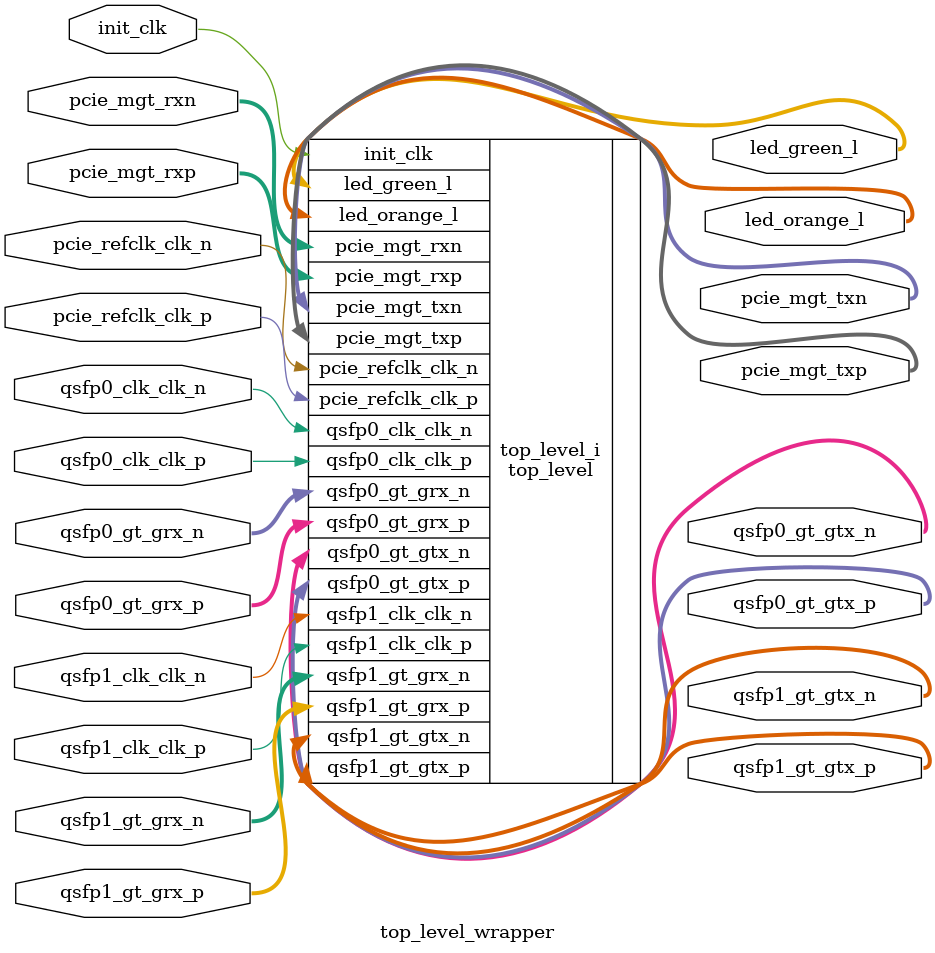
<source format=v>
`timescale 1 ps / 1 ps

module top_level_wrapper
   (init_clk,
    led_green_l,
    led_orange_l,
    pcie_mgt_rxn,
    pcie_mgt_rxp,
    pcie_mgt_txn,
    pcie_mgt_txp,
    pcie_refclk_clk_n,
    pcie_refclk_clk_p,
    qsfp0_clk_clk_n,
    qsfp0_clk_clk_p,
    qsfp0_gt_grx_n,
    qsfp0_gt_grx_p,
    qsfp0_gt_gtx_n,
    qsfp0_gt_gtx_p,
    qsfp1_clk_clk_n,
    qsfp1_clk_clk_p,
    qsfp1_gt_grx_n,
    qsfp1_gt_grx_p,
    qsfp1_gt_gtx_n,
    qsfp1_gt_gtx_p);
  input init_clk;
  output [3:0]led_green_l;
  output [3:0]led_orange_l;
  input [15:0]pcie_mgt_rxn;
  input [15:0]pcie_mgt_rxp;
  output [15:0]pcie_mgt_txn;
  output [15:0]pcie_mgt_txp;
  input [0:0]pcie_refclk_clk_n;
  input [0:0]pcie_refclk_clk_p;
  input qsfp0_clk_clk_n;
  input qsfp0_clk_clk_p;
  input [3:0]qsfp0_gt_grx_n;
  input [3:0]qsfp0_gt_grx_p;
  output [3:0]qsfp0_gt_gtx_n;
  output [3:0]qsfp0_gt_gtx_p;
  input qsfp1_clk_clk_n;
  input qsfp1_clk_clk_p;
  input [3:0]qsfp1_gt_grx_n;
  input [3:0]qsfp1_gt_grx_p;
  output [3:0]qsfp1_gt_gtx_n;
  output [3:0]qsfp1_gt_gtx_p;

  wire init_clk;
  wire [3:0]led_green_l;
  wire [3:0]led_orange_l;
  wire [15:0]pcie_mgt_rxn;
  wire [15:0]pcie_mgt_rxp;
  wire [15:0]pcie_mgt_txn;
  wire [15:0]pcie_mgt_txp;
  wire [0:0]pcie_refclk_clk_n;
  wire [0:0]pcie_refclk_clk_p;
  wire qsfp0_clk_clk_n;
  wire qsfp0_clk_clk_p;
  wire [3:0]qsfp0_gt_grx_n;
  wire [3:0]qsfp0_gt_grx_p;
  wire [3:0]qsfp0_gt_gtx_n;
  wire [3:0]qsfp0_gt_gtx_p;
  wire qsfp1_clk_clk_n;
  wire qsfp1_clk_clk_p;
  wire [3:0]qsfp1_gt_grx_n;
  wire [3:0]qsfp1_gt_grx_p;
  wire [3:0]qsfp1_gt_gtx_n;
  wire [3:0]qsfp1_gt_gtx_p;

  top_level top_level_i
       (.init_clk(init_clk),
        .led_green_l(led_green_l),
        .led_orange_l(led_orange_l),
        .pcie_mgt_rxn(pcie_mgt_rxn),
        .pcie_mgt_rxp(pcie_mgt_rxp),
        .pcie_mgt_txn(pcie_mgt_txn),
        .pcie_mgt_txp(pcie_mgt_txp),
        .pcie_refclk_clk_n(pcie_refclk_clk_n),
        .pcie_refclk_clk_p(pcie_refclk_clk_p),
        .qsfp0_clk_clk_n(qsfp0_clk_clk_n),
        .qsfp0_clk_clk_p(qsfp0_clk_clk_p),
        .qsfp0_gt_grx_n(qsfp0_gt_grx_n),
        .qsfp0_gt_grx_p(qsfp0_gt_grx_p),
        .qsfp0_gt_gtx_n(qsfp0_gt_gtx_n),
        .qsfp0_gt_gtx_p(qsfp0_gt_gtx_p),
        .qsfp1_clk_clk_n(qsfp1_clk_clk_n),
        .qsfp1_clk_clk_p(qsfp1_clk_clk_p),
        .qsfp1_gt_grx_n(qsfp1_gt_grx_n),
        .qsfp1_gt_grx_p(qsfp1_gt_grx_p),
        .qsfp1_gt_gtx_n(qsfp1_gt_gtx_n),
        .qsfp1_gt_gtx_p(qsfp1_gt_gtx_p));
endmodule

</source>
